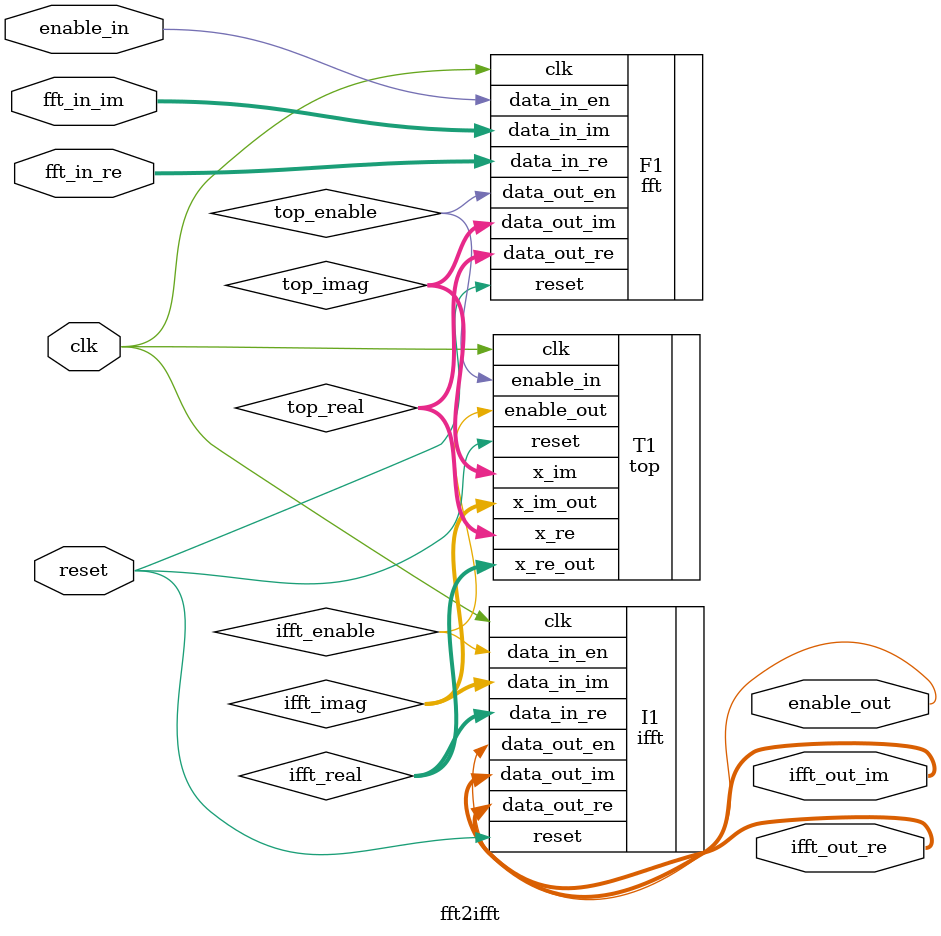
<source format=sv>
`include "top.sv"
`include "fft.sv"
`include "ifft.sv"

`define bit_length 32

module fft2ifft(
    input                          clk,reset,
    input                          enable_in,
    input        [`bit_length-1:0] fft_in_re, fft_in_im,
    output logic                   enable_out,
    output logic [`bit_length-1:0] ifft_out_re, ifft_out_im
    );

logic                          top_enable;
logic signed [`bit_length-1:0] top_real, top_imag;
logic                          ifft_enable;
logic signed [`bit_length-1:0] ifft_real, ifft_imag;

fft F1(.clk(clk), .reset(reset), .data_in_en(enable_in), .data_in_re(fft_in_re), .data_in_im(fft_in_im), .data_out_en(top_enable), .data_out_re(top_real), .data_out_im(top_imag));
top T1(.clk(clk), .reset(reset), .enable_in(top_enable), .x_re(top_real), .x_im(top_imag), .enable_out(ifft_enable), .x_re_out(ifft_real), .x_im_out(ifft_imag));
ifft I1(.clk(clk), .reset(reset), .data_in_en(ifft_enable), .data_in_re(ifft_real), .data_in_im(ifft_imag), .data_out_en(enable_out), .data_out_re(ifft_out_re), .data_out_im(ifft_out_im));

endmodule

</source>
